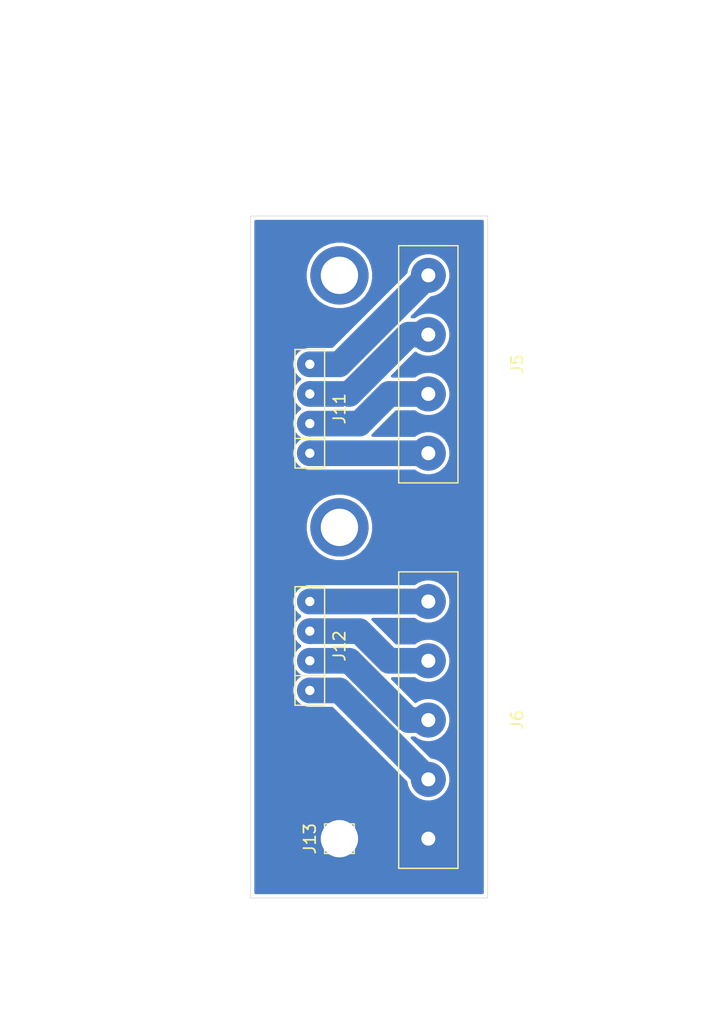
<source format=kicad_pcb>
(kicad_pcb (version 20171130) (host pcbnew "(5.1.6)-1")

  (general
    (thickness 1.6)
    (drawings 14)
    (tracks 21)
    (zones 0)
    (modules 5)
    (nets 10)
  )

  (page A4)
  (layers
    (0 F.Cu signal)
    (31 B.Cu signal)
    (32 B.Adhes user)
    (33 F.Adhes user)
    (34 B.Paste user)
    (35 F.Paste user)
    (36 B.SilkS user)
    (37 F.SilkS user)
    (38 B.Mask user)
    (39 F.Mask user)
    (40 Dwgs.User user)
    (41 Cmts.User user)
    (42 Eco1.User user)
    (43 Eco2.User user)
    (44 Edge.Cuts user)
    (45 Margin user)
    (46 B.CrtYd user)
    (47 F.CrtYd user)
    (48 B.Fab user)
    (49 F.Fab user)
  )

  (setup
    (last_trace_width 0.25)
    (user_trace_width 2.2)
    (user_trace_width 4.5)
    (trace_clearance 0.2)
    (zone_clearance 0.508)
    (zone_45_only no)
    (trace_min 0.2)
    (via_size 0.8)
    (via_drill 0.4)
    (via_min_size 0.4)
    (via_min_drill 0.3)
    (user_via 5 3.2)
    (uvia_size 0.3)
    (uvia_drill 0.1)
    (uvias_allowed no)
    (uvia_min_size 0.2)
    (uvia_min_drill 0.1)
    (edge_width 0.05)
    (segment_width 0.2)
    (pcb_text_width 0.3)
    (pcb_text_size 1.5 1.5)
    (mod_edge_width 0.12)
    (mod_text_size 1 1)
    (mod_text_width 0.15)
    (pad_size 5.5 5.5)
    (pad_drill 3.2)
    (pad_to_mask_clearance 0.05)
    (aux_axis_origin 0 0)
    (visible_elements 7FFFFFFF)
    (pcbplotparams
      (layerselection 0x01040_fffffffe)
      (usegerberextensions false)
      (usegerberattributes true)
      (usegerberadvancedattributes true)
      (creategerberjobfile false)
      (excludeedgelayer true)
      (linewidth 0.100000)
      (plotframeref false)
      (viasonmask false)
      (mode 1)
      (useauxorigin false)
      (hpglpennumber 1)
      (hpglpenspeed 20)
      (hpglpendiameter 15.000000)
      (psnegative false)
      (psa4output false)
      (plotreference true)
      (plotvalue true)
      (plotinvisibletext false)
      (padsonsilk false)
      (subtractmaskfromsilk false)
      (outputformat 1)
      (mirror false)
      (drillshape 0)
      (scaleselection 1)
      (outputdirectory "plot_small/"))
  )

  (net 0 "")
  (net 1 "Net-(J11-Pad4)")
  (net 2 "Net-(J11-Pad3)")
  (net 3 "Net-(J11-Pad2)")
  (net 4 "Net-(J11-Pad1)")
  (net 5 "Net-(J12-Pad4)")
  (net 6 "Net-(J12-Pad3)")
  (net 7 "Net-(J12-Pad2)")
  (net 8 "Net-(J12-Pad1)")
  (net 9 "Net-(J13-Pad1)")

  (net_class Default "This is the default net class."
    (clearance 0.2)
    (trace_width 0.25)
    (via_dia 0.8)
    (via_drill 0.4)
    (uvia_dia 0.3)
    (uvia_drill 0.1)
    (add_net "Net-(J11-Pad1)")
    (add_net "Net-(J11-Pad2)")
    (add_net "Net-(J11-Pad3)")
    (add_net "Net-(J11-Pad4)")
    (add_net "Net-(J12-Pad1)")
    (add_net "Net-(J12-Pad2)")
    (add_net "Net-(J12-Pad3)")
    (add_net "Net-(J12-Pad4)")
    (add_net "Net-(J13-Pad1)")
  )

  (module cnc3018-PCB:big_4pin (layer F.Cu) (tedit 6243318B) (tstamp 62439C73)
    (at 15.24 -45.72 270)
    (path /6243ACAA)
    (fp_text reference J5 (at 0 -7.62 90) (layer F.SilkS)
      (effects (font (size 1 1) (thickness 0.15)))
    )
    (fp_text value Conn_01x04 (at 0 -5.08 90) (layer F.Fab)
      (effects (font (size 1 1) (thickness 0.15)))
    )
    (fp_line (start -10.16 -2.54) (end -10.16 2.54) (layer F.SilkS) (width 0.12))
    (fp_line (start -10.16 2.54) (end 10.16 2.54) (layer F.SilkS) (width 0.12))
    (fp_line (start 10.16 2.54) (end 10.16 -2.54) (layer F.SilkS) (width 0.12))
    (fp_line (start 10.16 -2.54) (end -10.16 -2.54) (layer F.SilkS) (width 0.12))
    (pad 1 thru_hole circle (at -7.62 0 270) (size 3 3) (drill 1.2) (layers *.Cu *.Mask)
      (net 1 "Net-(J11-Pad4)"))
    (pad 2 thru_hole circle (at -2.54 0 270) (size 3 3) (drill 1.2) (layers *.Cu *.Mask)
      (net 2 "Net-(J11-Pad3)"))
    (pad 3 thru_hole circle (at 2.54 0 270) (size 3 3) (drill 1.2) (layers *.Cu *.Mask)
      (net 3 "Net-(J11-Pad2)"))
    (pad 4 thru_hole circle (at 7.62 0 270) (size 3 3) (drill 1.2) (layers *.Cu *.Mask)
      (net 4 "Net-(J11-Pad1)"))
  )

  (module cnc3018-PCB:big_5pin (layer F.Cu) (tedit 6243316F) (tstamp 62439C80)
    (at 15.24 -15.24 270)
    (path /6243383F)
    (fp_text reference J6 (at 0 -7.62 90) (layer F.SilkS)
      (effects (font (size 1 1) (thickness 0.15)))
    )
    (fp_text value Conn_01x05 (at 0 -5.08 90) (layer F.Fab)
      (effects (font (size 1 1) (thickness 0.15)))
    )
    (fp_line (start 12.7 -2.54) (end -12.7 -2.54) (layer F.SilkS) (width 0.12))
    (fp_line (start 12.7 2.54) (end 12.7 -2.54) (layer F.SilkS) (width 0.12))
    (fp_line (start -12.7 2.54) (end 12.7 2.54) (layer F.SilkS) (width 0.12))
    (fp_line (start -12.7 -2.54) (end -12.7 2.54) (layer F.SilkS) (width 0.12))
    (pad 1 thru_hole circle (at -10.16 0 270) (size 3 3) (drill 1.2) (layers *.Cu *.Mask)
      (net 5 "Net-(J12-Pad4)"))
    (pad 2 thru_hole circle (at -5.08 0 270) (size 3 3) (drill 1.2) (layers *.Cu *.Mask)
      (net 6 "Net-(J12-Pad3)"))
    (pad 3 thru_hole circle (at 0 0 270) (size 3 3) (drill 1.2) (layers *.Cu *.Mask)
      (net 7 "Net-(J12-Pad2)"))
    (pad 4 thru_hole circle (at 5.08 0 270) (size 3 3) (drill 1.2) (layers *.Cu *.Mask)
      (net 8 "Net-(J12-Pad1)"))
    (pad 5 thru_hole circle (at 10.16 0 270) (size 3 3) (drill 1.2) (layers *.Cu *.Mask)
      (net 9 "Net-(J13-Pad1)"))
  )

  (module cnc3018-PCB:my4pin (layer F.Cu) (tedit 612D2557) (tstamp 62439C8E)
    (at 5.08 -38.1 90)
    (path /6243F446)
    (fp_text reference J11 (at 3.81 2.54 90) (layer F.SilkS)
      (effects (font (size 1 1) (thickness 0.15)))
    )
    (fp_text value Conn_01x04 (at 3.81 -2.54 90) (layer F.Fab)
      (effects (font (size 1 1) (thickness 0.15)))
    )
    (fp_line (start 8.89 -1.27) (end 1.27 -1.27) (layer F.SilkS) (width 0.12))
    (fp_line (start 8.89 1.27) (end 8.89 -1.27) (layer F.SilkS) (width 0.12))
    (fp_line (start -1.27 1.27) (end 8.89 1.27) (layer F.SilkS) (width 0.12))
    (fp_line (start 1.27 -1.27) (end 1.27 1.27) (layer F.SilkS) (width 0.12))
    (fp_line (start -1.27 -1.27) (end 1.27 -1.27) (layer F.SilkS) (width 0.12))
    (fp_line (start -1.27 -1.27) (end -1.27 1.27) (layer F.SilkS) (width 0.12))
    (pad 1 thru_hole circle (at 0 0 90) (size 2.2 2.2) (drill 0.8) (layers *.Cu *.Mask)
      (net 4 "Net-(J11-Pad1)"))
    (pad 2 thru_hole circle (at 2.54 0 90) (size 2.2 2.2) (drill 0.8) (layers *.Cu *.Mask)
      (net 3 "Net-(J11-Pad2)"))
    (pad 3 thru_hole circle (at 5.08 0 90) (size 2.2 2.2) (drill 0.8) (layers *.Cu *.Mask)
      (net 2 "Net-(J11-Pad3)"))
    (pad 4 thru_hole circle (at 7.62 0 90) (size 2.2 2.2) (drill 0.8) (layers *.Cu *.Mask)
      (net 1 "Net-(J11-Pad4)"))
  )

  (module cnc3018-PCB:my4pin (layer F.Cu) (tedit 612D2557) (tstamp 62439C9C)
    (at 5.08 -17.78 90)
    (path /6244026E)
    (fp_text reference J12 (at 3.81 2.54 90) (layer F.SilkS)
      (effects (font (size 1 1) (thickness 0.15)))
    )
    (fp_text value Conn_01x04 (at 3.81 -2.54 90) (layer F.Fab)
      (effects (font (size 1 1) (thickness 0.15)))
    )
    (fp_line (start -1.27 -1.27) (end -1.27 1.27) (layer F.SilkS) (width 0.12))
    (fp_line (start -1.27 -1.27) (end 1.27 -1.27) (layer F.SilkS) (width 0.12))
    (fp_line (start 1.27 -1.27) (end 1.27 1.27) (layer F.SilkS) (width 0.12))
    (fp_line (start -1.27 1.27) (end 8.89 1.27) (layer F.SilkS) (width 0.12))
    (fp_line (start 8.89 1.27) (end 8.89 -1.27) (layer F.SilkS) (width 0.12))
    (fp_line (start 8.89 -1.27) (end 1.27 -1.27) (layer F.SilkS) (width 0.12))
    (pad 4 thru_hole circle (at 7.62 0 90) (size 2.2 2.2) (drill 0.8) (layers *.Cu *.Mask)
      (net 5 "Net-(J12-Pad4)"))
    (pad 3 thru_hole circle (at 5.08 0 90) (size 2.2 2.2) (drill 0.8) (layers *.Cu *.Mask)
      (net 6 "Net-(J12-Pad3)"))
    (pad 2 thru_hole circle (at 2.54 0 90) (size 2.2 2.2) (drill 0.8) (layers *.Cu *.Mask)
      (net 7 "Net-(J12-Pad2)"))
    (pad 1 thru_hole circle (at 0 0 90) (size 2.2 2.2) (drill 0.8) (layers *.Cu *.Mask)
      (net 8 "Net-(J12-Pad1)"))
  )

  (module cnc3018-PCB:my1pin (layer F.Cu) (tedit 624342F0) (tstamp 62439CA5)
    (at 7.62 -5.08 270)
    (path /6244047D)
    (fp_text reference J13 (at 0 2.54 90) (layer F.SilkS)
      (effects (font (size 1 1) (thickness 0.15)))
    )
    (fp_text value Conn_01x01 (at 0 -2.54 90) (layer F.Fab)
      (effects (font (size 1 1) (thickness 0.15)))
    )
    (fp_line (start 1.27 1.27) (end 1.27 -1.27) (layer F.SilkS) (width 0.12))
    (fp_line (start -1.27 1.27) (end 1.27 1.27) (layer F.SilkS) (width 0.12))
    (fp_line (start -1.27 -1.27) (end -1.27 1.27) (layer F.SilkS) (width 0.12))
    (fp_line (start -1.27 -1.27) (end 1.27 -1.27) (layer F.SilkS) (width 0.12))
    (pad 1 thru_hole circle (at 0 0 270) (size 5.5 5.5) (drill 3.2) (layers *.Cu *.Mask)
      (net 9 "Net-(J13-Pad1)"))
  )

  (dimension 20.32 (width 0.15) (layer Dwgs.User)
    (gr_text "20.320 mm" (at -8.92 -27.94 90) (layer Dwgs.User)
      (effects (font (size 1 1) (thickness 0.15)))
    )
    (feature1 (pts (xy 5.08 -38.1) (xy -8.206421 -38.1)))
    (feature2 (pts (xy 5.08 -17.78) (xy -8.206421 -17.78)))
    (crossbar (pts (xy -7.62 -17.78) (xy -7.62 -38.1)))
    (arrow1a (pts (xy -7.62 -38.1) (xy -7.033579 -36.973496)))
    (arrow1b (pts (xy -7.62 -38.1) (xy -8.206421 -36.973496)))
    (arrow2a (pts (xy -7.62 -17.78) (xy -7.033579 -18.906504)))
    (arrow2b (pts (xy -7.62 -17.78) (xy -8.206421 -18.906504)))
  )
  (dimension 17.78 (width 0.15) (layer Dwgs.User)
    (gr_text "17.780 mm" (at -8.92 -8.89 270) (layer Dwgs.User)
      (effects (font (size 1 1) (thickness 0.15)))
    )
    (feature1 (pts (xy 5.08 0) (xy -8.206421 0)))
    (feature2 (pts (xy 5.08 -17.78) (xy -8.206421 -17.78)))
    (crossbar (pts (xy -7.62 -17.78) (xy -7.62 0)))
    (arrow1a (pts (xy -7.62 0) (xy -8.206421 -1.126504)))
    (arrow1b (pts (xy -7.62 0) (xy -7.033579 -1.126504)))
    (arrow2a (pts (xy -7.62 -17.78) (xy -8.206421 -16.653496)))
    (arrow2b (pts (xy -7.62 -17.78) (xy -7.033579 -16.653496)))
  )
  (dimension 5.08 (width 0.15) (layer Dwgs.User)
    (gr_text "5.080 mm" (at 2.54 11.46) (layer Dwgs.User)
      (effects (font (size 1 1) (thickness 0.15)))
    )
    (feature1 (pts (xy 0 -17.78) (xy 0 10.746421)))
    (feature2 (pts (xy 5.08 -17.78) (xy 5.08 10.746421)))
    (crossbar (pts (xy 5.08 10.16) (xy 0 10.16)))
    (arrow1a (pts (xy 0 10.16) (xy 1.126504 9.573579)))
    (arrow1b (pts (xy 0 10.16) (xy 1.126504 10.746421)))
    (arrow2a (pts (xy 5.08 10.16) (xy 3.953496 9.573579)))
    (arrow2b (pts (xy 5.08 10.16) (xy 3.953496 10.746421)))
  )
  (dimension 7.62 (width 0.15) (layer Dwgs.User)
    (gr_text "7.620 mm" (at 3.81 -66.07) (layer Dwgs.User)
      (effects (font (size 1 1) (thickness 0.15)))
    )
    (feature1 (pts (xy 0 -53.34) (xy 0 -65.356421)))
    (feature2 (pts (xy 7.62 -53.34) (xy 7.62 -65.356421)))
    (crossbar (pts (xy 7.62 -64.77) (xy 0 -64.77)))
    (arrow1a (pts (xy 0 -64.77) (xy 1.126504 -65.356421)))
    (arrow1b (pts (xy 0 -64.77) (xy 1.126504 -64.183579)))
    (arrow2a (pts (xy 7.62 -64.77) (xy 6.493496 -65.356421)))
    (arrow2b (pts (xy 7.62 -64.77) (xy 6.493496 -64.183579)))
  )
  (dimension 5.08 (width 0.15) (layer Dwgs.User)
    (gr_text "5.080 mm" (at -17.81 -55.88 90) (layer Dwgs.User)
      (effects (font (size 1 1) (thickness 0.15)))
    )
    (feature1 (pts (xy 7.62 -58.42) (xy -17.096421 -58.42)))
    (feature2 (pts (xy 7.62 -53.34) (xy -17.096421 -53.34)))
    (crossbar (pts (xy -16.51 -53.34) (xy -16.51 -58.42)))
    (arrow1a (pts (xy -16.51 -58.42) (xy -15.923579 -57.293496)))
    (arrow1b (pts (xy -16.51 -58.42) (xy -17.096421 -57.293496)))
    (arrow2a (pts (xy -16.51 -53.34) (xy -15.923579 -54.466504)))
    (arrow2b (pts (xy -16.51 -53.34) (xy -17.096421 -54.466504)))
  )
  (dimension 27.94 (width 0.15) (layer Dwgs.User)
    (gr_text "27.940 mm" (at 30.51 -39.37 270) (layer Dwgs.User)
      (effects (font (size 1 1) (thickness 0.15)))
    )
    (feature1 (pts (xy 15.24 -25.4) (xy 29.796421 -25.4)))
    (feature2 (pts (xy 15.24 -53.34) (xy 29.796421 -53.34)))
    (crossbar (pts (xy 29.21 -53.34) (xy 29.21 -25.4)))
    (arrow1a (pts (xy 29.21 -25.4) (xy 28.623579 -26.526504)))
    (arrow1b (pts (xy 29.21 -25.4) (xy 29.796421 -26.526504)))
    (arrow2a (pts (xy 29.21 -53.34) (xy 28.623579 -52.213496)))
    (arrow2b (pts (xy 29.21 -53.34) (xy 29.796421 -52.213496)))
  )
  (dimension 5.08 (width 0.15) (layer Dwgs.User)
    (gr_text "5.080 mm" (at 17.78 -67.34) (layer Dwgs.User)
      (effects (font (size 1 1) (thickness 0.15)))
    )
    (feature1 (pts (xy 20.32 -53.34) (xy 20.32 -66.626421)))
    (feature2 (pts (xy 15.24 -53.34) (xy 15.24 -66.626421)))
    (crossbar (pts (xy 15.24 -66.04) (xy 20.32 -66.04)))
    (arrow1a (pts (xy 20.32 -66.04) (xy 19.193496 -65.453579)))
    (arrow1b (pts (xy 20.32 -66.04) (xy 19.193496 -66.626421)))
    (arrow2a (pts (xy 15.24 -66.04) (xy 16.366504 -65.453579)))
    (arrow2b (pts (xy 15.24 -66.04) (xy 16.366504 -66.626421)))
  )
  (dimension 5.08 (width 0.15) (layer Dwgs.User)
    (gr_text "5.080 mm" (at 30.51 -55.88 90) (layer Dwgs.User)
      (effects (font (size 1 1) (thickness 0.15)))
    )
    (feature1 (pts (xy 15.24 -58.42) (xy 29.796421 -58.42)))
    (feature2 (pts (xy 15.24 -53.34) (xy 29.796421 -53.34)))
    (crossbar (pts (xy 29.21 -53.34) (xy 29.21 -58.42)))
    (arrow1a (pts (xy 29.21 -58.42) (xy 29.796421 -57.293496)))
    (arrow1b (pts (xy 29.21 -58.42) (xy 28.623579 -57.293496)))
    (arrow2a (pts (xy 29.21 -53.34) (xy 29.796421 -54.466504)))
    (arrow2b (pts (xy 29.21 -53.34) (xy 28.623579 -54.466504)))
  )
  (dimension 20.32 (width 0.15) (layer Dwgs.User)
    (gr_text "20.320 mm" (at 10.16 -76.23) (layer Dwgs.User)
      (effects (font (size 1 1) (thickness 0.15)))
    )
    (feature1 (pts (xy 0 -58.42) (xy 0 -75.516421)))
    (feature2 (pts (xy 20.32 -58.42) (xy 20.32 -75.516421)))
    (crossbar (pts (xy 20.32 -74.93) (xy 0 -74.93)))
    (arrow1a (pts (xy 0 -74.93) (xy 1.126504 -75.516421)))
    (arrow1b (pts (xy 0 -74.93) (xy 1.126504 -74.343579)))
    (arrow2a (pts (xy 20.32 -74.93) (xy 19.193496 -75.516421)))
    (arrow2b (pts (xy 20.32 -74.93) (xy 19.193496 -74.343579)))
  )
  (dimension 58.42 (width 0.15) (layer Dwgs.User)
    (gr_text "58.420 mm" (at 39.4 -29.21 90) (layer Dwgs.User)
      (effects (font (size 1 1) (thickness 0.15)))
    )
    (feature1 (pts (xy 20.32 0) (xy 38.686421 0)))
    (feature2 (pts (xy 20.32 -58.42) (xy 38.686421 -58.42)))
    (crossbar (pts (xy 38.1 -58.42) (xy 38.1 0)))
    (arrow1a (pts (xy 38.1 0) (xy 37.513579 -1.126504)))
    (arrow1b (pts (xy 38.1 0) (xy 38.686421 -1.126504)))
    (arrow2a (pts (xy 38.1 -58.42) (xy 37.513579 -57.293496)))
    (arrow2b (pts (xy 38.1 -58.42) (xy 38.686421 -57.293496)))
  )
  (gr_line (start 20.32 0) (end 20.32 -58.42) (layer Edge.Cuts) (width 0.05) (tstamp 62439E99))
  (gr_line (start 0 0) (end 20.32 0) (layer Edge.Cuts) (width 0.05))
  (gr_line (start 0 -58.42) (end 0 0) (layer Edge.Cuts) (width 0.05))
  (gr_line (start 20.32 -58.42) (end 0 -58.42) (layer Edge.Cuts) (width 0.05))

  (via (at 7.62 -53.34) (size 5) (drill 3.2) (layers F.Cu B.Cu) (net 0) (tstamp 62439E59))
  (via (at 7.62 -31.75) (size 5) (drill 3.2) (layers F.Cu B.Cu) (net 0) (tstamp 62439E59))
  (segment (start 5.08 -45.72) (end 7.62 -45.72) (width 2.2) (layer B.Cu) (net 1))
  (segment (start 7.62 -45.72) (end 15.24 -53.34) (width 2.2) (layer B.Cu) (net 1))
  (segment (start 15.24 -48.26) (end 13.554126 -48.26) (width 2.2) (layer B.Cu) (net 2))
  (segment (start 8.474126 -43.18) (end 5.08 -43.18) (width 2.2) (layer B.Cu) (net 2))
  (segment (start 13.554126 -48.26) (end 8.474126 -43.18) (width 2.2) (layer B.Cu) (net 2))
  (segment (start 15.24 -43.18) (end 11.868252 -43.18) (width 2.2) (layer B.Cu) (net 3))
  (segment (start 9.328252 -40.64) (end 5.08 -40.64) (width 2.2) (layer B.Cu) (net 3))
  (segment (start 11.868252 -43.18) (end 9.328252 -40.64) (width 2.2) (layer B.Cu) (net 3))
  (segment (start 5.08 -38.1) (end 15.24 -38.1) (width 2.2) (layer B.Cu) (net 4))
  (segment (start 15.24 -25.4) (end 5.08 -25.4) (width 2.2) (layer B.Cu) (net 5))
  (segment (start 15.24 -20.32) (end 11.868252 -20.32) (width 2.2) (layer B.Cu) (net 6))
  (segment (start 9.328252 -22.86) (end 5.08 -22.86) (width 2.2) (layer B.Cu) (net 6))
  (segment (start 11.868252 -20.32) (end 9.328252 -22.86) (width 2.2) (layer B.Cu) (net 6))
  (segment (start 15.24 -15.24) (end 13.554126 -15.24) (width 2.2) (layer B.Cu) (net 7))
  (segment (start 8.474126 -20.32) (end 5.08 -20.32) (width 2.2) (layer B.Cu) (net 7))
  (segment (start 13.554126 -15.24) (end 8.474126 -20.32) (width 2.2) (layer B.Cu) (net 7))
  (segment (start 15.24 -10.16) (end 7.62 -17.78) (width 2.2) (layer B.Cu) (net 8))
  (segment (start 7.62 -17.78) (end 5.08 -17.78) (width 2.2) (layer B.Cu) (net 8))
  (segment (start 15.24 -5.08) (end 7.62 -5.08) (width 4.5) (layer B.Cu) (net 9))

  (zone (net 9) (net_name "Net-(J13-Pad1)") (layer B.Cu) (tstamp 6243436E) (hatch edge 0.508)
    (connect_pads yes (clearance 0.3))
    (min_thickness 0.254)
    (fill yes (arc_segments 32) (thermal_gap 0.508) (thermal_bridge_width 0.508))
    (polygon
      (pts
        (xy 20.32 0) (xy 0 0) (xy 0 -58.42) (xy 20.32 -58.42)
      )
    )
    (filled_polygon
      (pts
        (xy 19.868 -0.452) (xy 0.452 -0.452) (xy 0.452 -25.4) (xy 3.545612 -25.4) (xy 3.553 -25.324989)
        (xy 3.553 -25.249604) (xy 3.567707 -25.175664) (xy 3.575095 -25.100656) (xy 3.596973 -25.028534) (xy 3.611681 -24.95459)
        (xy 3.640532 -24.884939) (xy 3.66241 -24.812815) (xy 3.697941 -24.746342) (xy 3.72679 -24.676694) (xy 3.768674 -24.614011)
        (xy 3.804203 -24.54754) (xy 3.852015 -24.489281) (xy 3.893901 -24.426594) (xy 3.947212 -24.373283) (xy 3.995024 -24.315024)
        (xy 4.053283 -24.267212) (xy 4.106594 -24.213901) (xy 4.169281 -24.172015) (xy 4.220476 -24.13) (xy 4.169281 -24.087985)
        (xy 4.106594 -24.046099) (xy 4.053283 -23.992788) (xy 3.995024 -23.944976) (xy 3.947212 -23.886717) (xy 3.893901 -23.833406)
        (xy 3.852015 -23.770719) (xy 3.804203 -23.71246) (xy 3.768674 -23.645989) (xy 3.72679 -23.583306) (xy 3.697941 -23.513658)
        (xy 3.66241 -23.447185) (xy 3.640532 -23.375061) (xy 3.611681 -23.30541) (xy 3.596973 -23.231466) (xy 3.575095 -23.159344)
        (xy 3.567707 -23.084336) (xy 3.553 -23.010396) (xy 3.553 -22.935011) (xy 3.545612 -22.86) (xy 3.553 -22.784989)
        (xy 3.553 -22.709604) (xy 3.567707 -22.635664) (xy 3.575095 -22.560656) (xy 3.596973 -22.488534) (xy 3.611681 -22.41459)
        (xy 3.640532 -22.344939) (xy 3.66241 -22.272815) (xy 3.697941 -22.206342) (xy 3.72679 -22.136694) (xy 3.768674 -22.074011)
        (xy 3.804203 -22.00754) (xy 3.852015 -21.949281) (xy 3.893901 -21.886594) (xy 3.947212 -21.833283) (xy 3.995024 -21.775024)
        (xy 4.053283 -21.727212) (xy 4.106594 -21.673901) (xy 4.169281 -21.632015) (xy 4.220476 -21.59) (xy 4.169281 -21.547985)
        (xy 4.106594 -21.506099) (xy 4.053283 -21.452788) (xy 3.995024 -21.404976) (xy 3.947212 -21.346717) (xy 3.893901 -21.293406)
        (xy 3.852015 -21.230719) (xy 3.804203 -21.17246) (xy 3.768674 -21.105989) (xy 3.72679 -21.043306) (xy 3.697941 -20.973658)
        (xy 3.66241 -20.907185) (xy 3.640532 -20.835061) (xy 3.611681 -20.76541) (xy 3.596973 -20.691466) (xy 3.575095 -20.619344)
        (xy 3.567707 -20.544336) (xy 3.553 -20.470396) (xy 3.553 -20.395011) (xy 3.545612 -20.32) (xy 3.553 -20.244989)
        (xy 3.553 -20.169604) (xy 3.567707 -20.095664) (xy 3.575095 -20.020656) (xy 3.596973 -19.948534) (xy 3.611681 -19.87459)
        (xy 3.640532 -19.804939) (xy 3.66241 -19.732815) (xy 3.697941 -19.666342) (xy 3.72679 -19.596694) (xy 3.768674 -19.534011)
        (xy 3.804203 -19.46754) (xy 3.852015 -19.409281) (xy 3.893901 -19.346594) (xy 3.947212 -19.293283) (xy 3.995024 -19.235024)
        (xy 4.053283 -19.187212) (xy 4.106594 -19.133901) (xy 4.169281 -19.092015) (xy 4.220476 -19.05) (xy 4.169281 -19.007985)
        (xy 4.106594 -18.966099) (xy 4.053283 -18.912788) (xy 3.995024 -18.864976) (xy 3.947212 -18.806717) (xy 3.893901 -18.753406)
        (xy 3.852015 -18.690719) (xy 3.804203 -18.63246) (xy 3.768674 -18.565989) (xy 3.72679 -18.503306) (xy 3.697941 -18.433658)
        (xy 3.66241 -18.367185) (xy 3.640532 -18.295061) (xy 3.611681 -18.22541) (xy 3.596973 -18.151466) (xy 3.575095 -18.079344)
        (xy 3.567707 -18.004336) (xy 3.553 -17.930396) (xy 3.553 -17.855011) (xy 3.545612 -17.78) (xy 3.553 -17.704989)
        (xy 3.553 -17.629604) (xy 3.567707 -17.555664) (xy 3.575095 -17.480656) (xy 3.596973 -17.408534) (xy 3.611681 -17.33459)
        (xy 3.640532 -17.264939) (xy 3.66241 -17.192815) (xy 3.697941 -17.126342) (xy 3.72679 -17.056694) (xy 3.768674 -16.994011)
        (xy 3.804203 -16.92754) (xy 3.852015 -16.869281) (xy 3.893901 -16.806594) (xy 3.947212 -16.753283) (xy 3.995024 -16.695024)
        (xy 4.053283 -16.647212) (xy 4.106594 -16.593901) (xy 4.169281 -16.552015) (xy 4.22754 -16.504203) (xy 4.294011 -16.468674)
        (xy 4.356694 -16.42679) (xy 4.426342 -16.397941) (xy 4.492815 -16.36241) (xy 4.564939 -16.340532) (xy 4.63459 -16.311681)
        (xy 4.708534 -16.296973) (xy 4.780656 -16.275095) (xy 4.855664 -16.267707) (xy 4.929604 -16.253) (xy 6.987497 -16.253)
        (xy 13.323605 -9.916891) (xy 13.387053 -9.597915) (xy 13.532315 -9.247223) (xy 13.743201 -8.931609) (xy 14.011609 -8.663201)
        (xy 14.327223 -8.452315) (xy 14.677915 -8.307053) (xy 15.050207 -8.233) (xy 15.429793 -8.233) (xy 15.802085 -8.307053)
        (xy 16.152777 -8.452315) (xy 16.468391 -8.663201) (xy 16.736799 -8.931609) (xy 16.947685 -9.247223) (xy 17.092947 -9.597915)
        (xy 17.167 -9.970207) (xy 17.167 -10.349793) (xy 17.092947 -10.722085) (xy 16.947685 -11.072777) (xy 16.736799 -11.388391)
        (xy 16.468391 -11.656799) (xy 16.152777 -11.867685) (xy 15.802085 -12.012947) (xy 15.483109 -12.076395) (xy 13.846504 -13.713)
        (xy 14.056808 -13.713) (xy 14.327223 -13.532315) (xy 14.677915 -13.387053) (xy 15.050207 -13.313) (xy 15.429793 -13.313)
        (xy 15.802085 -13.387053) (xy 16.152777 -13.532315) (xy 16.468391 -13.743201) (xy 16.736799 -14.011609) (xy 16.947685 -14.327223)
        (xy 17.092947 -14.677915) (xy 17.167 -15.050207) (xy 17.167 -15.429793) (xy 17.092947 -15.802085) (xy 16.947685 -16.152777)
        (xy 16.736799 -16.468391) (xy 16.468391 -16.736799) (xy 16.152777 -16.947685) (xy 15.802085 -17.092947) (xy 15.429793 -17.167)
        (xy 15.050207 -17.167) (xy 14.677915 -17.092947) (xy 14.327223 -16.947685) (xy 14.134631 -16.818999) (xy 12.16063 -18.793)
        (xy 14.056808 -18.793) (xy 14.327223 -18.612315) (xy 14.677915 -18.467053) (xy 15.050207 -18.393) (xy 15.429793 -18.393)
        (xy 15.802085 -18.467053) (xy 16.152777 -18.612315) (xy 16.468391 -18.823201) (xy 16.736799 -19.091609) (xy 16.947685 -19.407223)
        (xy 17.092947 -19.757915) (xy 17.167 -20.130207) (xy 17.167 -20.509793) (xy 17.092947 -20.882085) (xy 16.947685 -21.232777)
        (xy 16.736799 -21.548391) (xy 16.468391 -21.816799) (xy 16.152777 -22.027685) (xy 15.802085 -22.172947) (xy 15.429793 -22.247)
        (xy 15.050207 -22.247) (xy 14.677915 -22.172947) (xy 14.327223 -22.027685) (xy 14.056808 -21.847) (xy 12.500756 -21.847)
        (xy 10.474755 -23.873) (xy 14.056808 -23.873) (xy 14.327223 -23.692315) (xy 14.677915 -23.547053) (xy 15.050207 -23.473)
        (xy 15.429793 -23.473) (xy 15.802085 -23.547053) (xy 16.152777 -23.692315) (xy 16.468391 -23.903201) (xy 16.736799 -24.171609)
        (xy 16.947685 -24.487223) (xy 17.092947 -24.837915) (xy 17.167 -25.210207) (xy 17.167 -25.589793) (xy 17.092947 -25.962085)
        (xy 16.947685 -26.312777) (xy 16.736799 -26.628391) (xy 16.468391 -26.896799) (xy 16.152777 -27.107685) (xy 15.802085 -27.252947)
        (xy 15.429793 -27.327) (xy 15.050207 -27.327) (xy 14.677915 -27.252947) (xy 14.327223 -27.107685) (xy 14.056808 -26.927)
        (xy 4.929604 -26.927) (xy 4.855664 -26.912293) (xy 4.780656 -26.904905) (xy 4.708534 -26.883027) (xy 4.63459 -26.868319)
        (xy 4.564939 -26.839468) (xy 4.492815 -26.81759) (xy 4.426342 -26.782059) (xy 4.356694 -26.75321) (xy 4.294011 -26.711326)
        (xy 4.22754 -26.675797) (xy 4.169281 -26.627985) (xy 4.106594 -26.586099) (xy 4.053283 -26.532788) (xy 3.995024 -26.484976)
        (xy 3.947212 -26.426717) (xy 3.893901 -26.373406) (xy 3.852015 -26.310719) (xy 3.804203 -26.25246) (xy 3.768674 -26.185989)
        (xy 3.72679 -26.123306) (xy 3.697941 -26.053658) (xy 3.66241 -25.987185) (xy 3.640532 -25.915061) (xy 3.611681 -25.84541)
        (xy 3.596973 -25.771466) (xy 3.575095 -25.699344) (xy 3.567707 -25.624336) (xy 3.553 -25.550396) (xy 3.553 -25.475011)
        (xy 3.545612 -25.4) (xy 0.452 -25.4) (xy 0.452 -32.038284) (xy 4.693 -32.038284) (xy 4.693 -31.461716)
        (xy 4.805482 -30.896225) (xy 5.026126 -30.363545) (xy 5.34645 -29.884146) (xy 5.754146 -29.47645) (xy 6.233545 -29.156126)
        (xy 6.766225 -28.935482) (xy 7.331716 -28.823) (xy 7.908284 -28.823) (xy 8.473775 -28.935482) (xy 9.006455 -29.156126)
        (xy 9.485854 -29.47645) (xy 9.89355 -29.884146) (xy 10.213874 -30.363545) (xy 10.434518 -30.896225) (xy 10.547 -31.461716)
        (xy 10.547 -32.038284) (xy 10.434518 -32.603775) (xy 10.213874 -33.136455) (xy 9.89355 -33.615854) (xy 9.485854 -34.02355)
        (xy 9.006455 -34.343874) (xy 8.473775 -34.564518) (xy 7.908284 -34.677) (xy 7.331716 -34.677) (xy 6.766225 -34.564518)
        (xy 6.233545 -34.343874) (xy 5.754146 -34.02355) (xy 5.34645 -33.615854) (xy 5.026126 -33.136455) (xy 4.805482 -32.603775)
        (xy 4.693 -32.038284) (xy 0.452 -32.038284) (xy 0.452 -45.72) (xy 3.545612 -45.72) (xy 3.553 -45.644989)
        (xy 3.553 -45.569604) (xy 3.567707 -45.495664) (xy 3.575095 -45.420656) (xy 3.596973 -45.348534) (xy 3.611681 -45.27459)
        (xy 3.640532 -45.204939) (xy 3.66241 -45.132815) (xy 3.697941 -45.066342) (xy 3.72679 -44.996694) (xy 3.768674 -44.934011)
        (xy 3.804203 -44.86754) (xy 3.852015 -44.809281) (xy 3.893901 -44.746594) (xy 3.947212 -44.693283) (xy 3.995024 -44.635024)
        (xy 4.053283 -44.587212) (xy 4.106594 -44.533901) (xy 4.169281 -44.492015) (xy 4.220476 -44.45) (xy 4.169281 -44.407985)
        (xy 4.106594 -44.366099) (xy 4.053283 -44.312788) (xy 3.995024 -44.264976) (xy 3.947212 -44.206717) (xy 3.893901 -44.153406)
        (xy 3.852015 -44.090719) (xy 3.804203 -44.03246) (xy 3.768674 -43.965989) (xy 3.72679 -43.903306) (xy 3.697941 -43.833658)
        (xy 3.66241 -43.767185) (xy 3.640532 -43.695061) (xy 3.611681 -43.62541) (xy 3.596973 -43.551466) (xy 3.575095 -43.479344)
        (xy 3.567707 -43.404336) (xy 3.553 -43.330396) (xy 3.553 -43.255011) (xy 3.545612 -43.18) (xy 3.553 -43.104989)
        (xy 3.553 -43.029604) (xy 3.567707 -42.955664) (xy 3.575095 -42.880656) (xy 3.596973 -42.808534) (xy 3.611681 -42.73459)
        (xy 3.640532 -42.664939) (xy 3.66241 -42.592815) (xy 3.697941 -42.526342) (xy 3.72679 -42.456694) (xy 3.768674 -42.394011)
        (xy 3.804203 -42.32754) (xy 3.852015 -42.269281) (xy 3.893901 -42.206594) (xy 3.947212 -42.153283) (xy 3.995024 -42.095024)
        (xy 4.053283 -42.047212) (xy 4.106594 -41.993901) (xy 4.169281 -41.952015) (xy 4.220476 -41.91) (xy 4.169281 -41.867985)
        (xy 4.106594 -41.826099) (xy 4.053283 -41.772788) (xy 3.995024 -41.724976) (xy 3.947212 -41.666717) (xy 3.893901 -41.613406)
        (xy 3.852015 -41.550719) (xy 3.804203 -41.49246) (xy 3.768674 -41.425989) (xy 3.72679 -41.363306) (xy 3.697941 -41.293658)
        (xy 3.66241 -41.227185) (xy 3.640532 -41.155061) (xy 3.611681 -41.08541) (xy 3.596973 -41.011466) (xy 3.575095 -40.939344)
        (xy 3.567707 -40.864336) (xy 3.553 -40.790396) (xy 3.553 -40.715011) (xy 3.545612 -40.64) (xy 3.553 -40.564989)
        (xy 3.553 -40.489604) (xy 3.567707 -40.415664) (xy 3.575095 -40.340656) (xy 3.596973 -40.268534) (xy 3.611681 -40.19459)
        (xy 3.640532 -40.124939) (xy 3.66241 -40.052815) (xy 3.697941 -39.986342) (xy 3.72679 -39.916694) (xy 3.768674 -39.854011)
        (xy 3.804203 -39.78754) (xy 3.852015 -39.729281) (xy 3.893901 -39.666594) (xy 3.947212 -39.613283) (xy 3.995024 -39.555024)
        (xy 4.053283 -39.507212) (xy 4.106594 -39.453901) (xy 4.169281 -39.412015) (xy 4.220476 -39.37) (xy 4.169281 -39.327985)
        (xy 4.106594 -39.286099) (xy 4.053283 -39.232788) (xy 3.995024 -39.184976) (xy 3.947212 -39.126717) (xy 3.893901 -39.073406)
        (xy 3.852015 -39.010719) (xy 3.804203 -38.95246) (xy 3.768674 -38.885989) (xy 3.72679 -38.823306) (xy 3.697941 -38.753658)
        (xy 3.66241 -38.687185) (xy 3.640532 -38.615061) (xy 3.611681 -38.54541) (xy 3.596973 -38.471466) (xy 3.575095 -38.399344)
        (xy 3.567707 -38.324336) (xy 3.553 -38.250396) (xy 3.553 -38.175011) (xy 3.545612 -38.1) (xy 3.553 -38.024989)
        (xy 3.553 -37.949604) (xy 3.567707 -37.875664) (xy 3.575095 -37.800656) (xy 3.596973 -37.728534) (xy 3.611681 -37.65459)
        (xy 3.640532 -37.584939) (xy 3.66241 -37.512815) (xy 3.697941 -37.446342) (xy 3.72679 -37.376694) (xy 3.768674 -37.314011)
        (xy 3.804203 -37.24754) (xy 3.852015 -37.189281) (xy 3.893901 -37.126594) (xy 3.947212 -37.073283) (xy 3.995024 -37.015024)
        (xy 4.053283 -36.967212) (xy 4.106594 -36.913901) (xy 4.169281 -36.872015) (xy 4.22754 -36.824203) (xy 4.294011 -36.788674)
        (xy 4.356694 -36.74679) (xy 4.426342 -36.717941) (xy 4.492815 -36.68241) (xy 4.564939 -36.660532) (xy 4.63459 -36.631681)
        (xy 4.708534 -36.616973) (xy 4.780656 -36.595095) (xy 4.855664 -36.587707) (xy 4.929604 -36.573) (xy 14.056808 -36.573)
        (xy 14.327223 -36.392315) (xy 14.677915 -36.247053) (xy 15.050207 -36.173) (xy 15.429793 -36.173) (xy 15.802085 -36.247053)
        (xy 16.152777 -36.392315) (xy 16.468391 -36.603201) (xy 16.736799 -36.871609) (xy 16.947685 -37.187223) (xy 17.092947 -37.537915)
        (xy 17.167 -37.910207) (xy 17.167 -38.289793) (xy 17.092947 -38.662085) (xy 16.947685 -39.012777) (xy 16.736799 -39.328391)
        (xy 16.468391 -39.596799) (xy 16.152777 -39.807685) (xy 15.802085 -39.952947) (xy 15.429793 -40.027) (xy 15.050207 -40.027)
        (xy 14.677915 -39.952947) (xy 14.327223 -39.807685) (xy 14.056808 -39.627) (xy 10.474755 -39.627) (xy 12.500756 -41.653)
        (xy 14.056808 -41.653) (xy 14.327223 -41.472315) (xy 14.677915 -41.327053) (xy 15.050207 -41.253) (xy 15.429793 -41.253)
        (xy 15.802085 -41.327053) (xy 16.152777 -41.472315) (xy 16.468391 -41.683201) (xy 16.736799 -41.951609) (xy 16.947685 -42.267223)
        (xy 17.092947 -42.617915) (xy 17.167 -42.990207) (xy 17.167 -43.369793) (xy 17.092947 -43.742085) (xy 16.947685 -44.092777)
        (xy 16.736799 -44.408391) (xy 16.468391 -44.676799) (xy 16.152777 -44.887685) (xy 15.802085 -45.032947) (xy 15.429793 -45.107)
        (xy 15.050207 -45.107) (xy 14.677915 -45.032947) (xy 14.327223 -44.887685) (xy 14.056808 -44.707) (xy 12.16063 -44.707)
        (xy 14.134631 -46.681001) (xy 14.327223 -46.552315) (xy 14.677915 -46.407053) (xy 15.050207 -46.333) (xy 15.429793 -46.333)
        (xy 15.802085 -46.407053) (xy 16.152777 -46.552315) (xy 16.468391 -46.763201) (xy 16.736799 -47.031609) (xy 16.947685 -47.347223)
        (xy 17.092947 -47.697915) (xy 17.167 -48.070207) (xy 17.167 -48.449793) (xy 17.092947 -48.822085) (xy 16.947685 -49.172777)
        (xy 16.736799 -49.488391) (xy 16.468391 -49.756799) (xy 16.152777 -49.967685) (xy 15.802085 -50.112947) (xy 15.429793 -50.187)
        (xy 15.050207 -50.187) (xy 14.677915 -50.112947) (xy 14.327223 -49.967685) (xy 14.056808 -49.787) (xy 13.846504 -49.787)
        (xy 15.483109 -51.423605) (xy 15.802085 -51.487053) (xy 16.152777 -51.632315) (xy 16.468391 -51.843201) (xy 16.736799 -52.111609)
        (xy 16.947685 -52.427223) (xy 17.092947 -52.777915) (xy 17.167 -53.150207) (xy 17.167 -53.529793) (xy 17.092947 -53.902085)
        (xy 16.947685 -54.252777) (xy 16.736799 -54.568391) (xy 16.468391 -54.836799) (xy 16.152777 -55.047685) (xy 15.802085 -55.192947)
        (xy 15.429793 -55.267) (xy 15.050207 -55.267) (xy 14.677915 -55.192947) (xy 14.327223 -55.047685) (xy 14.011609 -54.836799)
        (xy 13.743201 -54.568391) (xy 13.532315 -54.252777) (xy 13.387053 -53.902085) (xy 13.323605 -53.583109) (xy 6.987497 -47.247)
        (xy 4.929604 -47.247) (xy 4.855664 -47.232293) (xy 4.780656 -47.224905) (xy 4.708534 -47.203027) (xy 4.63459 -47.188319)
        (xy 4.564939 -47.159468) (xy 4.492815 -47.13759) (xy 4.426342 -47.102059) (xy 4.356694 -47.07321) (xy 4.294011 -47.031326)
        (xy 4.22754 -46.995797) (xy 4.169281 -46.947985) (xy 4.106594 -46.906099) (xy 4.053283 -46.852788) (xy 3.995024 -46.804976)
        (xy 3.947212 -46.746717) (xy 3.893901 -46.693406) (xy 3.852015 -46.630719) (xy 3.804203 -46.57246) (xy 3.768674 -46.505989)
        (xy 3.72679 -46.443306) (xy 3.697941 -46.373658) (xy 3.66241 -46.307185) (xy 3.640532 -46.235061) (xy 3.611681 -46.16541)
        (xy 3.596973 -46.091466) (xy 3.575095 -46.019344) (xy 3.567707 -45.944336) (xy 3.553 -45.870396) (xy 3.553 -45.795011)
        (xy 3.545612 -45.72) (xy 0.452 -45.72) (xy 0.452 -53.628284) (xy 4.693 -53.628284) (xy 4.693 -53.051716)
        (xy 4.805482 -52.486225) (xy 5.026126 -51.953545) (xy 5.34645 -51.474146) (xy 5.754146 -51.06645) (xy 6.233545 -50.746126)
        (xy 6.766225 -50.525482) (xy 7.331716 -50.413) (xy 7.908284 -50.413) (xy 8.473775 -50.525482) (xy 9.006455 -50.746126)
        (xy 9.485854 -51.06645) (xy 9.89355 -51.474146) (xy 10.213874 -51.953545) (xy 10.434518 -52.486225) (xy 10.547 -53.051716)
        (xy 10.547 -53.628284) (xy 10.434518 -54.193775) (xy 10.213874 -54.726455) (xy 9.89355 -55.205854) (xy 9.485854 -55.61355)
        (xy 9.006455 -55.933874) (xy 8.473775 -56.154518) (xy 7.908284 -56.267) (xy 7.331716 -56.267) (xy 6.766225 -56.154518)
        (xy 6.233545 -55.933874) (xy 5.754146 -55.61355) (xy 5.34645 -55.205854) (xy 5.026126 -54.726455) (xy 4.805482 -54.193775)
        (xy 4.693 -53.628284) (xy 0.452 -53.628284) (xy 0.452 -57.968) (xy 19.868001 -57.968)
      )
    )
  )
)

</source>
